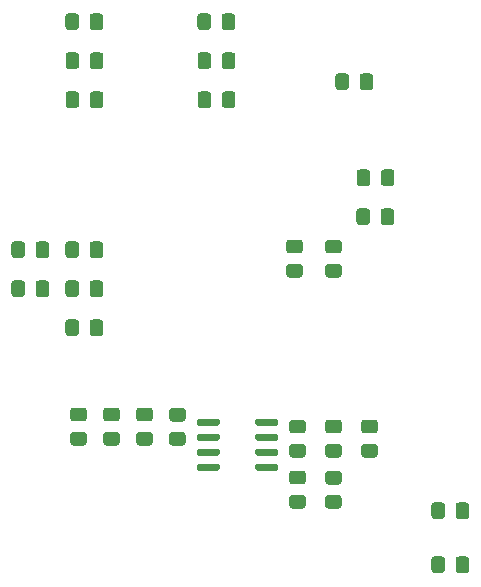
<source format=gtp>
G04 #@! TF.GenerationSoftware,KiCad,Pcbnew,5.1.6-c6e7f7d~87~ubuntu18.04.1*
G04 #@! TF.CreationDate,2020-07-17T09:21:27-04:00*
G04 #@! TF.ProjectId,CEM3320_LPF_plug_in_board,43454d33-3332-4305-9f4c-50465f706c75,1.1*
G04 #@! TF.SameCoordinates,Original*
G04 #@! TF.FileFunction,Paste,Top*
G04 #@! TF.FilePolarity,Positive*
%FSLAX46Y46*%
G04 Gerber Fmt 4.6, Leading zero omitted, Abs format (unit mm)*
G04 Created by KiCad (PCBNEW 5.1.6-c6e7f7d~87~ubuntu18.04.1) date 2020-07-17 09:21:27*
%MOMM*%
%LPD*%
G01*
G04 APERTURE LIST*
G04 APERTURE END LIST*
G36*
G01*
X168459999Y-114741000D02*
X169360001Y-114741000D01*
G75*
G02*
X169610000Y-114990999I0J-249999D01*
G01*
X169610000Y-115641001D01*
G75*
G02*
X169360001Y-115891000I-249999J0D01*
G01*
X168459999Y-115891000D01*
G75*
G02*
X168210000Y-115641001I0J249999D01*
G01*
X168210000Y-114990999D01*
G75*
G02*
X168459999Y-114741000I249999J0D01*
G01*
G37*
G36*
G01*
X168459999Y-112691000D02*
X169360001Y-112691000D01*
G75*
G02*
X169610000Y-112940999I0J-249999D01*
G01*
X169610000Y-113591001D01*
G75*
G02*
X169360001Y-113841000I-249999J0D01*
G01*
X168459999Y-113841000D01*
G75*
G02*
X168210000Y-113591001I0J249999D01*
G01*
X168210000Y-112940999D01*
G75*
G02*
X168459999Y-112691000I249999J0D01*
G01*
G37*
G36*
G01*
X153358001Y-112825000D02*
X152457999Y-112825000D01*
G75*
G02*
X152208000Y-112575001I0J249999D01*
G01*
X152208000Y-111924999D01*
G75*
G02*
X152457999Y-111675000I249999J0D01*
G01*
X153358001Y-111675000D01*
G75*
G02*
X153608000Y-111924999I0J-249999D01*
G01*
X153608000Y-112575001D01*
G75*
G02*
X153358001Y-112825000I-249999J0D01*
G01*
G37*
G36*
G01*
X153358001Y-114875000D02*
X152457999Y-114875000D01*
G75*
G02*
X152208000Y-114625001I0J249999D01*
G01*
X152208000Y-113974999D01*
G75*
G02*
X152457999Y-113725000I249999J0D01*
G01*
X153358001Y-113725000D01*
G75*
G02*
X153608000Y-113974999I0J-249999D01*
G01*
X153608000Y-114625001D01*
G75*
G02*
X153358001Y-114875000I-249999J0D01*
G01*
G37*
G36*
G01*
X162282000Y-113053000D02*
X162282000Y-112753000D01*
G75*
G02*
X162432000Y-112603000I150000J0D01*
G01*
X164082000Y-112603000D01*
G75*
G02*
X164232000Y-112753000I0J-150000D01*
G01*
X164232000Y-113053000D01*
G75*
G02*
X164082000Y-113203000I-150000J0D01*
G01*
X162432000Y-113203000D01*
G75*
G02*
X162282000Y-113053000I0J150000D01*
G01*
G37*
G36*
G01*
X162282000Y-114323000D02*
X162282000Y-114023000D01*
G75*
G02*
X162432000Y-113873000I150000J0D01*
G01*
X164082000Y-113873000D01*
G75*
G02*
X164232000Y-114023000I0J-150000D01*
G01*
X164232000Y-114323000D01*
G75*
G02*
X164082000Y-114473000I-150000J0D01*
G01*
X162432000Y-114473000D01*
G75*
G02*
X162282000Y-114323000I0J150000D01*
G01*
G37*
G36*
G01*
X162282000Y-115593000D02*
X162282000Y-115293000D01*
G75*
G02*
X162432000Y-115143000I150000J0D01*
G01*
X164082000Y-115143000D01*
G75*
G02*
X164232000Y-115293000I0J-150000D01*
G01*
X164232000Y-115593000D01*
G75*
G02*
X164082000Y-115743000I-150000J0D01*
G01*
X162432000Y-115743000D01*
G75*
G02*
X162282000Y-115593000I0J150000D01*
G01*
G37*
G36*
G01*
X162282000Y-116863000D02*
X162282000Y-116563000D01*
G75*
G02*
X162432000Y-116413000I150000J0D01*
G01*
X164082000Y-116413000D01*
G75*
G02*
X164232000Y-116563000I0J-150000D01*
G01*
X164232000Y-116863000D01*
G75*
G02*
X164082000Y-117013000I-150000J0D01*
G01*
X162432000Y-117013000D01*
G75*
G02*
X162282000Y-116863000I0J150000D01*
G01*
G37*
G36*
G01*
X157332000Y-116863000D02*
X157332000Y-116563000D01*
G75*
G02*
X157482000Y-116413000I150000J0D01*
G01*
X159132000Y-116413000D01*
G75*
G02*
X159282000Y-116563000I0J-150000D01*
G01*
X159282000Y-116863000D01*
G75*
G02*
X159132000Y-117013000I-150000J0D01*
G01*
X157482000Y-117013000D01*
G75*
G02*
X157332000Y-116863000I0J150000D01*
G01*
G37*
G36*
G01*
X157332000Y-115593000D02*
X157332000Y-115293000D01*
G75*
G02*
X157482000Y-115143000I150000J0D01*
G01*
X159132000Y-115143000D01*
G75*
G02*
X159282000Y-115293000I0J-150000D01*
G01*
X159282000Y-115593000D01*
G75*
G02*
X159132000Y-115743000I-150000J0D01*
G01*
X157482000Y-115743000D01*
G75*
G02*
X157332000Y-115593000I0J150000D01*
G01*
G37*
G36*
G01*
X157332000Y-114323000D02*
X157332000Y-114023000D01*
G75*
G02*
X157482000Y-113873000I150000J0D01*
G01*
X159132000Y-113873000D01*
G75*
G02*
X159282000Y-114023000I0J-150000D01*
G01*
X159282000Y-114323000D01*
G75*
G02*
X159132000Y-114473000I-150000J0D01*
G01*
X157482000Y-114473000D01*
G75*
G02*
X157332000Y-114323000I0J150000D01*
G01*
G37*
G36*
G01*
X157332000Y-113053000D02*
X157332000Y-112753000D01*
G75*
G02*
X157482000Y-112603000I150000J0D01*
G01*
X159132000Y-112603000D01*
G75*
G02*
X159282000Y-112753000I0J-150000D01*
G01*
X159282000Y-113053000D01*
G75*
G02*
X159132000Y-113203000I-150000J0D01*
G01*
X157482000Y-113203000D01*
G75*
G02*
X157332000Y-113053000I0J150000D01*
G01*
G37*
G36*
G01*
X166312001Y-118159000D02*
X165411999Y-118159000D01*
G75*
G02*
X165162000Y-117909001I0J249999D01*
G01*
X165162000Y-117258999D01*
G75*
G02*
X165411999Y-117009000I249999J0D01*
G01*
X166312001Y-117009000D01*
G75*
G02*
X166562000Y-117258999I0J-249999D01*
G01*
X166562000Y-117909001D01*
G75*
G02*
X166312001Y-118159000I-249999J0D01*
G01*
G37*
G36*
G01*
X166312001Y-120209000D02*
X165411999Y-120209000D01*
G75*
G02*
X165162000Y-119959001I0J249999D01*
G01*
X165162000Y-119308999D01*
G75*
G02*
X165411999Y-119059000I249999J0D01*
G01*
X166312001Y-119059000D01*
G75*
G02*
X166562000Y-119308999I0J-249999D01*
G01*
X166562000Y-119959001D01*
G75*
G02*
X166312001Y-120209000I-249999J0D01*
G01*
G37*
G36*
G01*
X171507999Y-114741000D02*
X172408001Y-114741000D01*
G75*
G02*
X172658000Y-114990999I0J-249999D01*
G01*
X172658000Y-115641001D01*
G75*
G02*
X172408001Y-115891000I-249999J0D01*
G01*
X171507999Y-115891000D01*
G75*
G02*
X171258000Y-115641001I0J249999D01*
G01*
X171258000Y-114990999D01*
G75*
G02*
X171507999Y-114741000I249999J0D01*
G01*
G37*
G36*
G01*
X171507999Y-112691000D02*
X172408001Y-112691000D01*
G75*
G02*
X172658000Y-112940999I0J-249999D01*
G01*
X172658000Y-113591001D01*
G75*
G02*
X172408001Y-113841000I-249999J0D01*
G01*
X171507999Y-113841000D01*
G75*
G02*
X171258000Y-113591001I0J249999D01*
G01*
X171258000Y-112940999D01*
G75*
G02*
X171507999Y-112691000I249999J0D01*
G01*
G37*
G36*
G01*
X169360001Y-118177000D02*
X168459999Y-118177000D01*
G75*
G02*
X168210000Y-117927001I0J249999D01*
G01*
X168210000Y-117276999D01*
G75*
G02*
X168459999Y-117027000I249999J0D01*
G01*
X169360001Y-117027000D01*
G75*
G02*
X169610000Y-117276999I0J-249999D01*
G01*
X169610000Y-117927001D01*
G75*
G02*
X169360001Y-118177000I-249999J0D01*
G01*
G37*
G36*
G01*
X169360001Y-120227000D02*
X168459999Y-120227000D01*
G75*
G02*
X168210000Y-119977001I0J249999D01*
G01*
X168210000Y-119326999D01*
G75*
G02*
X168459999Y-119077000I249999J0D01*
G01*
X169360001Y-119077000D01*
G75*
G02*
X169610000Y-119326999I0J-249999D01*
G01*
X169610000Y-119977001D01*
G75*
G02*
X169360001Y-120227000I-249999J0D01*
G01*
G37*
G36*
G01*
X165411999Y-114750000D02*
X166312001Y-114750000D01*
G75*
G02*
X166562000Y-114999999I0J-249999D01*
G01*
X166562000Y-115650001D01*
G75*
G02*
X166312001Y-115900000I-249999J0D01*
G01*
X165411999Y-115900000D01*
G75*
G02*
X165162000Y-115650001I0J249999D01*
G01*
X165162000Y-114999999D01*
G75*
G02*
X165411999Y-114750000I249999J0D01*
G01*
G37*
G36*
G01*
X165411999Y-112700000D02*
X166312001Y-112700000D01*
G75*
G02*
X166562000Y-112949999I0J-249999D01*
G01*
X166562000Y-113600001D01*
G75*
G02*
X166312001Y-113850000I-249999J0D01*
G01*
X165411999Y-113850000D01*
G75*
G02*
X165162000Y-113600001I0J249999D01*
G01*
X165162000Y-112949999D01*
G75*
G02*
X165411999Y-112700000I249999J0D01*
G01*
G37*
G36*
G01*
X158563000Y-85147999D02*
X158563000Y-86048001D01*
G75*
G02*
X158313001Y-86298000I-249999J0D01*
G01*
X157662999Y-86298000D01*
G75*
G02*
X157413000Y-86048001I0J249999D01*
G01*
X157413000Y-85147999D01*
G75*
G02*
X157662999Y-84898000I249999J0D01*
G01*
X158313001Y-84898000D01*
G75*
G02*
X158563000Y-85147999I0J-249999D01*
G01*
G37*
G36*
G01*
X160613000Y-85147999D02*
X160613000Y-86048001D01*
G75*
G02*
X160363001Y-86298000I-249999J0D01*
G01*
X159712999Y-86298000D01*
G75*
G02*
X159463000Y-86048001I0J249999D01*
G01*
X159463000Y-85147999D01*
G75*
G02*
X159712999Y-84898000I249999J0D01*
G01*
X160363001Y-84898000D01*
G75*
G02*
X160613000Y-85147999I0J-249999D01*
G01*
G37*
G36*
G01*
X148278000Y-82746001D02*
X148278000Y-81845999D01*
G75*
G02*
X148527999Y-81596000I249999J0D01*
G01*
X149178001Y-81596000D01*
G75*
G02*
X149428000Y-81845999I0J-249999D01*
G01*
X149428000Y-82746001D01*
G75*
G02*
X149178001Y-82996000I-249999J0D01*
G01*
X148527999Y-82996000D01*
G75*
G02*
X148278000Y-82746001I0J249999D01*
G01*
G37*
G36*
G01*
X146228000Y-82746001D02*
X146228000Y-81845999D01*
G75*
G02*
X146477999Y-81596000I249999J0D01*
G01*
X147128001Y-81596000D01*
G75*
G02*
X147378000Y-81845999I0J-249999D01*
G01*
X147378000Y-82746001D01*
G75*
G02*
X147128001Y-82996000I-249999J0D01*
G01*
X146477999Y-82996000D01*
G75*
G02*
X146228000Y-82746001I0J249999D01*
G01*
G37*
G36*
G01*
X158554000Y-81845999D02*
X158554000Y-82746001D01*
G75*
G02*
X158304001Y-82996000I-249999J0D01*
G01*
X157653999Y-82996000D01*
G75*
G02*
X157404000Y-82746001I0J249999D01*
G01*
X157404000Y-81845999D01*
G75*
G02*
X157653999Y-81596000I249999J0D01*
G01*
X158304001Y-81596000D01*
G75*
G02*
X158554000Y-81845999I0J-249999D01*
G01*
G37*
G36*
G01*
X160604000Y-81845999D02*
X160604000Y-82746001D01*
G75*
G02*
X160354001Y-82996000I-249999J0D01*
G01*
X159703999Y-82996000D01*
G75*
G02*
X159454000Y-82746001I0J249999D01*
G01*
X159454000Y-81845999D01*
G75*
G02*
X159703999Y-81596000I249999J0D01*
G01*
X160354001Y-81596000D01*
G75*
G02*
X160604000Y-81845999I0J-249999D01*
G01*
G37*
G36*
G01*
X166058001Y-98601000D02*
X165157999Y-98601000D01*
G75*
G02*
X164908000Y-98351001I0J249999D01*
G01*
X164908000Y-97700999D01*
G75*
G02*
X165157999Y-97451000I249999J0D01*
G01*
X166058001Y-97451000D01*
G75*
G02*
X166308000Y-97700999I0J-249999D01*
G01*
X166308000Y-98351001D01*
G75*
G02*
X166058001Y-98601000I-249999J0D01*
G01*
G37*
G36*
G01*
X166058001Y-100651000D02*
X165157999Y-100651000D01*
G75*
G02*
X164908000Y-100401001I0J249999D01*
G01*
X164908000Y-99750999D01*
G75*
G02*
X165157999Y-99501000I249999J0D01*
G01*
X166058001Y-99501000D01*
G75*
G02*
X166308000Y-99750999I0J-249999D01*
G01*
X166308000Y-100401001D01*
G75*
G02*
X166058001Y-100651000I-249999J0D01*
G01*
G37*
G36*
G01*
X168459999Y-99510000D02*
X169360001Y-99510000D01*
G75*
G02*
X169610000Y-99759999I0J-249999D01*
G01*
X169610000Y-100410001D01*
G75*
G02*
X169360001Y-100660000I-249999J0D01*
G01*
X168459999Y-100660000D01*
G75*
G02*
X168210000Y-100410001I0J249999D01*
G01*
X168210000Y-99759999D01*
G75*
G02*
X168459999Y-99510000I249999J0D01*
G01*
G37*
G36*
G01*
X168459999Y-97460000D02*
X169360001Y-97460000D01*
G75*
G02*
X169610000Y-97709999I0J-249999D01*
G01*
X169610000Y-98360001D01*
G75*
G02*
X169360001Y-98610000I-249999J0D01*
G01*
X168459999Y-98610000D01*
G75*
G02*
X168210000Y-98360001I0J249999D01*
G01*
X168210000Y-97709999D01*
G75*
G02*
X168459999Y-97460000I249999J0D01*
G01*
G37*
G36*
G01*
X158545000Y-78543999D02*
X158545000Y-79444001D01*
G75*
G02*
X158295001Y-79694000I-249999J0D01*
G01*
X157644999Y-79694000D01*
G75*
G02*
X157395000Y-79444001I0J249999D01*
G01*
X157395000Y-78543999D01*
G75*
G02*
X157644999Y-78294000I249999J0D01*
G01*
X158295001Y-78294000D01*
G75*
G02*
X158545000Y-78543999I0J-249999D01*
G01*
G37*
G36*
G01*
X160595000Y-78543999D02*
X160595000Y-79444001D01*
G75*
G02*
X160345001Y-79694000I-249999J0D01*
G01*
X159694999Y-79694000D01*
G75*
G02*
X159445000Y-79444001I0J249999D01*
G01*
X159445000Y-78543999D01*
G75*
G02*
X159694999Y-78294000I249999J0D01*
G01*
X160345001Y-78294000D01*
G75*
G02*
X160595000Y-78543999I0J-249999D01*
G01*
G37*
G36*
G01*
X148269000Y-79444001D02*
X148269000Y-78543999D01*
G75*
G02*
X148518999Y-78294000I249999J0D01*
G01*
X149169001Y-78294000D01*
G75*
G02*
X149419000Y-78543999I0J-249999D01*
G01*
X149419000Y-79444001D01*
G75*
G02*
X149169001Y-79694000I-249999J0D01*
G01*
X148518999Y-79694000D01*
G75*
G02*
X148269000Y-79444001I0J249999D01*
G01*
G37*
G36*
G01*
X146219000Y-79444001D02*
X146219000Y-78543999D01*
G75*
G02*
X146468999Y-78294000I249999J0D01*
G01*
X147119001Y-78294000D01*
G75*
G02*
X147369000Y-78543999I0J-249999D01*
G01*
X147369000Y-79444001D01*
G75*
G02*
X147119001Y-79694000I-249999J0D01*
G01*
X146468999Y-79694000D01*
G75*
G02*
X146219000Y-79444001I0J249999D01*
G01*
G37*
G36*
G01*
X147378000Y-85147999D02*
X147378000Y-86048001D01*
G75*
G02*
X147128001Y-86298000I-249999J0D01*
G01*
X146477999Y-86298000D01*
G75*
G02*
X146228000Y-86048001I0J249999D01*
G01*
X146228000Y-85147999D01*
G75*
G02*
X146477999Y-84898000I249999J0D01*
G01*
X147128001Y-84898000D01*
G75*
G02*
X147378000Y-85147999I0J-249999D01*
G01*
G37*
G36*
G01*
X149428000Y-85147999D02*
X149428000Y-86048001D01*
G75*
G02*
X149178001Y-86298000I-249999J0D01*
G01*
X148527999Y-86298000D01*
G75*
G02*
X148278000Y-86048001I0J249999D01*
G01*
X148278000Y-85147999D01*
G75*
G02*
X148527999Y-84898000I249999J0D01*
G01*
X149178001Y-84898000D01*
G75*
G02*
X149428000Y-85147999I0J-249999D01*
G01*
G37*
G36*
G01*
X143697000Y-102050001D02*
X143697000Y-101149999D01*
G75*
G02*
X143946999Y-100900000I249999J0D01*
G01*
X144597001Y-100900000D01*
G75*
G02*
X144847000Y-101149999I0J-249999D01*
G01*
X144847000Y-102050001D01*
G75*
G02*
X144597001Y-102300000I-249999J0D01*
G01*
X143946999Y-102300000D01*
G75*
G02*
X143697000Y-102050001I0J249999D01*
G01*
G37*
G36*
G01*
X141647000Y-102050001D02*
X141647000Y-101149999D01*
G75*
G02*
X141896999Y-100900000I249999J0D01*
G01*
X142547001Y-100900000D01*
G75*
G02*
X142797000Y-101149999I0J-249999D01*
G01*
X142797000Y-102050001D01*
G75*
G02*
X142547001Y-102300000I-249999J0D01*
G01*
X141896999Y-102300000D01*
G75*
G02*
X141647000Y-102050001I0J249999D01*
G01*
G37*
G36*
G01*
X148269000Y-105352001D02*
X148269000Y-104451999D01*
G75*
G02*
X148518999Y-104202000I249999J0D01*
G01*
X149169001Y-104202000D01*
G75*
G02*
X149419000Y-104451999I0J-249999D01*
G01*
X149419000Y-105352001D01*
G75*
G02*
X149169001Y-105602000I-249999J0D01*
G01*
X148518999Y-105602000D01*
G75*
G02*
X148269000Y-105352001I0J249999D01*
G01*
G37*
G36*
G01*
X146219000Y-105352001D02*
X146219000Y-104451999D01*
G75*
G02*
X146468999Y-104202000I249999J0D01*
G01*
X147119001Y-104202000D01*
G75*
G02*
X147369000Y-104451999I0J-249999D01*
G01*
X147369000Y-105352001D01*
G75*
G02*
X147119001Y-105602000I-249999J0D01*
G01*
X146468999Y-105602000D01*
G75*
G02*
X146219000Y-105352001I0J249999D01*
G01*
G37*
G36*
G01*
X172025000Y-91751999D02*
X172025000Y-92652001D01*
G75*
G02*
X171775001Y-92902000I-249999J0D01*
G01*
X171124999Y-92902000D01*
G75*
G02*
X170875000Y-92652001I0J249999D01*
G01*
X170875000Y-91751999D01*
G75*
G02*
X171124999Y-91502000I249999J0D01*
G01*
X171775001Y-91502000D01*
G75*
G02*
X172025000Y-91751999I0J-249999D01*
G01*
G37*
G36*
G01*
X174075000Y-91751999D02*
X174075000Y-92652001D01*
G75*
G02*
X173825001Y-92902000I-249999J0D01*
G01*
X173174999Y-92902000D01*
G75*
G02*
X172925000Y-92652001I0J249999D01*
G01*
X172925000Y-91751999D01*
G75*
G02*
X173174999Y-91502000I249999J0D01*
G01*
X173825001Y-91502000D01*
G75*
G02*
X174075000Y-91751999I0J-249999D01*
G01*
G37*
G36*
G01*
X148269000Y-102050001D02*
X148269000Y-101149999D01*
G75*
G02*
X148518999Y-100900000I249999J0D01*
G01*
X149169001Y-100900000D01*
G75*
G02*
X149419000Y-101149999I0J-249999D01*
G01*
X149419000Y-102050001D01*
G75*
G02*
X149169001Y-102300000I-249999J0D01*
G01*
X148518999Y-102300000D01*
G75*
G02*
X148269000Y-102050001I0J249999D01*
G01*
G37*
G36*
G01*
X146219000Y-102050001D02*
X146219000Y-101149999D01*
G75*
G02*
X146468999Y-100900000I249999J0D01*
G01*
X147119001Y-100900000D01*
G75*
G02*
X147369000Y-101149999I0J-249999D01*
G01*
X147369000Y-102050001D01*
G75*
G02*
X147119001Y-102300000I-249999J0D01*
G01*
X146468999Y-102300000D01*
G75*
G02*
X146219000Y-102050001I0J249999D01*
G01*
G37*
G36*
G01*
X155251999Y-113743000D02*
X156152001Y-113743000D01*
G75*
G02*
X156402000Y-113992999I0J-249999D01*
G01*
X156402000Y-114643001D01*
G75*
G02*
X156152001Y-114893000I-249999J0D01*
G01*
X155251999Y-114893000D01*
G75*
G02*
X155002000Y-114643001I0J249999D01*
G01*
X155002000Y-113992999D01*
G75*
G02*
X155251999Y-113743000I249999J0D01*
G01*
G37*
G36*
G01*
X155251999Y-111693000D02*
X156152001Y-111693000D01*
G75*
G02*
X156402000Y-111942999I0J-249999D01*
G01*
X156402000Y-112593001D01*
G75*
G02*
X156152001Y-112843000I-249999J0D01*
G01*
X155251999Y-112843000D01*
G75*
G02*
X155002000Y-112593001I0J249999D01*
G01*
X155002000Y-111942999D01*
G75*
G02*
X155251999Y-111693000I249999J0D01*
G01*
G37*
G36*
G01*
X147369000Y-97847999D02*
X147369000Y-98748001D01*
G75*
G02*
X147119001Y-98998000I-249999J0D01*
G01*
X146468999Y-98998000D01*
G75*
G02*
X146219000Y-98748001I0J249999D01*
G01*
X146219000Y-97847999D01*
G75*
G02*
X146468999Y-97598000I249999J0D01*
G01*
X147119001Y-97598000D01*
G75*
G02*
X147369000Y-97847999I0J-249999D01*
G01*
G37*
G36*
G01*
X149419000Y-97847999D02*
X149419000Y-98748001D01*
G75*
G02*
X149169001Y-98998000I-249999J0D01*
G01*
X148518999Y-98998000D01*
G75*
G02*
X148269000Y-98748001I0J249999D01*
G01*
X148269000Y-97847999D01*
G75*
G02*
X148518999Y-97598000I249999J0D01*
G01*
X149169001Y-97598000D01*
G75*
G02*
X149419000Y-97847999I0J-249999D01*
G01*
G37*
G36*
G01*
X149663999Y-113725000D02*
X150564001Y-113725000D01*
G75*
G02*
X150814000Y-113974999I0J-249999D01*
G01*
X150814000Y-114625001D01*
G75*
G02*
X150564001Y-114875000I-249999J0D01*
G01*
X149663999Y-114875000D01*
G75*
G02*
X149414000Y-114625001I0J249999D01*
G01*
X149414000Y-113974999D01*
G75*
G02*
X149663999Y-113725000I249999J0D01*
G01*
G37*
G36*
G01*
X149663999Y-111675000D02*
X150564001Y-111675000D01*
G75*
G02*
X150814000Y-111924999I0J-249999D01*
G01*
X150814000Y-112575001D01*
G75*
G02*
X150564001Y-112825000I-249999J0D01*
G01*
X149663999Y-112825000D01*
G75*
G02*
X149414000Y-112575001I0J249999D01*
G01*
X149414000Y-111924999D01*
G75*
G02*
X149663999Y-111675000I249999J0D01*
G01*
G37*
G36*
G01*
X147770001Y-112825000D02*
X146869999Y-112825000D01*
G75*
G02*
X146620000Y-112575001I0J249999D01*
G01*
X146620000Y-111924999D01*
G75*
G02*
X146869999Y-111675000I249999J0D01*
G01*
X147770001Y-111675000D01*
G75*
G02*
X148020000Y-111924999I0J-249999D01*
G01*
X148020000Y-112575001D01*
G75*
G02*
X147770001Y-112825000I-249999J0D01*
G01*
G37*
G36*
G01*
X147770001Y-114875000D02*
X146869999Y-114875000D01*
G75*
G02*
X146620000Y-114625001I0J249999D01*
G01*
X146620000Y-113974999D01*
G75*
G02*
X146869999Y-113725000I249999J0D01*
G01*
X147770001Y-113725000D01*
G75*
G02*
X148020000Y-113974999I0J-249999D01*
G01*
X148020000Y-114625001D01*
G75*
G02*
X147770001Y-114875000I-249999J0D01*
G01*
G37*
G36*
G01*
X142797000Y-97847999D02*
X142797000Y-98748001D01*
G75*
G02*
X142547001Y-98998000I-249999J0D01*
G01*
X141896999Y-98998000D01*
G75*
G02*
X141647000Y-98748001I0J249999D01*
G01*
X141647000Y-97847999D01*
G75*
G02*
X141896999Y-97598000I249999J0D01*
G01*
X142547001Y-97598000D01*
G75*
G02*
X142797000Y-97847999I0J-249999D01*
G01*
G37*
G36*
G01*
X144847000Y-97847999D02*
X144847000Y-98748001D01*
G75*
G02*
X144597001Y-98998000I-249999J0D01*
G01*
X143946999Y-98998000D01*
G75*
G02*
X143697000Y-98748001I0J249999D01*
G01*
X143697000Y-97847999D01*
G75*
G02*
X143946999Y-97598000I249999J0D01*
G01*
X144597001Y-97598000D01*
G75*
G02*
X144847000Y-97847999I0J-249999D01*
G01*
G37*
G36*
G01*
X172907000Y-95954001D02*
X172907000Y-95053999D01*
G75*
G02*
X173156999Y-94804000I249999J0D01*
G01*
X173807001Y-94804000D01*
G75*
G02*
X174057000Y-95053999I0J-249999D01*
G01*
X174057000Y-95954001D01*
G75*
G02*
X173807001Y-96204000I-249999J0D01*
G01*
X173156999Y-96204000D01*
G75*
G02*
X172907000Y-95954001I0J249999D01*
G01*
G37*
G36*
G01*
X170857000Y-95954001D02*
X170857000Y-95053999D01*
G75*
G02*
X171106999Y-94804000I249999J0D01*
G01*
X171757001Y-94804000D01*
G75*
G02*
X172007000Y-95053999I0J-249999D01*
G01*
X172007000Y-95954001D01*
G75*
G02*
X171757001Y-96204000I-249999J0D01*
G01*
X171106999Y-96204000D01*
G75*
G02*
X170857000Y-95954001I0J249999D01*
G01*
G37*
G36*
G01*
X171129000Y-84524001D02*
X171129000Y-83623999D01*
G75*
G02*
X171378999Y-83374000I249999J0D01*
G01*
X172029001Y-83374000D01*
G75*
G02*
X172279000Y-83623999I0J-249999D01*
G01*
X172279000Y-84524001D01*
G75*
G02*
X172029001Y-84774000I-249999J0D01*
G01*
X171378999Y-84774000D01*
G75*
G02*
X171129000Y-84524001I0J249999D01*
G01*
G37*
G36*
G01*
X169079000Y-84524001D02*
X169079000Y-83623999D01*
G75*
G02*
X169328999Y-83374000I249999J0D01*
G01*
X169979001Y-83374000D01*
G75*
G02*
X170229000Y-83623999I0J-249999D01*
G01*
X170229000Y-84524001D01*
G75*
G02*
X169979001Y-84774000I-249999J0D01*
G01*
X169328999Y-84774000D01*
G75*
G02*
X169079000Y-84524001I0J249999D01*
G01*
G37*
G36*
G01*
X179257000Y-120846001D02*
X179257000Y-119945999D01*
G75*
G02*
X179506999Y-119696000I249999J0D01*
G01*
X180157001Y-119696000D01*
G75*
G02*
X180407000Y-119945999I0J-249999D01*
G01*
X180407000Y-120846001D01*
G75*
G02*
X180157001Y-121096000I-249999J0D01*
G01*
X179506999Y-121096000D01*
G75*
G02*
X179257000Y-120846001I0J249999D01*
G01*
G37*
G36*
G01*
X177207000Y-120846001D02*
X177207000Y-119945999D01*
G75*
G02*
X177456999Y-119696000I249999J0D01*
G01*
X178107001Y-119696000D01*
G75*
G02*
X178357000Y-119945999I0J-249999D01*
G01*
X178357000Y-120846001D01*
G75*
G02*
X178107001Y-121096000I-249999J0D01*
G01*
X177456999Y-121096000D01*
G75*
G02*
X177207000Y-120846001I0J249999D01*
G01*
G37*
G36*
G01*
X178357000Y-124517999D02*
X178357000Y-125418001D01*
G75*
G02*
X178107001Y-125668000I-249999J0D01*
G01*
X177456999Y-125668000D01*
G75*
G02*
X177207000Y-125418001I0J249999D01*
G01*
X177207000Y-124517999D01*
G75*
G02*
X177456999Y-124268000I249999J0D01*
G01*
X178107001Y-124268000D01*
G75*
G02*
X178357000Y-124517999I0J-249999D01*
G01*
G37*
G36*
G01*
X180407000Y-124517999D02*
X180407000Y-125418001D01*
G75*
G02*
X180157001Y-125668000I-249999J0D01*
G01*
X179506999Y-125668000D01*
G75*
G02*
X179257000Y-125418001I0J249999D01*
G01*
X179257000Y-124517999D01*
G75*
G02*
X179506999Y-124268000I249999J0D01*
G01*
X180157001Y-124268000D01*
G75*
G02*
X180407000Y-124517999I0J-249999D01*
G01*
G37*
M02*

</source>
